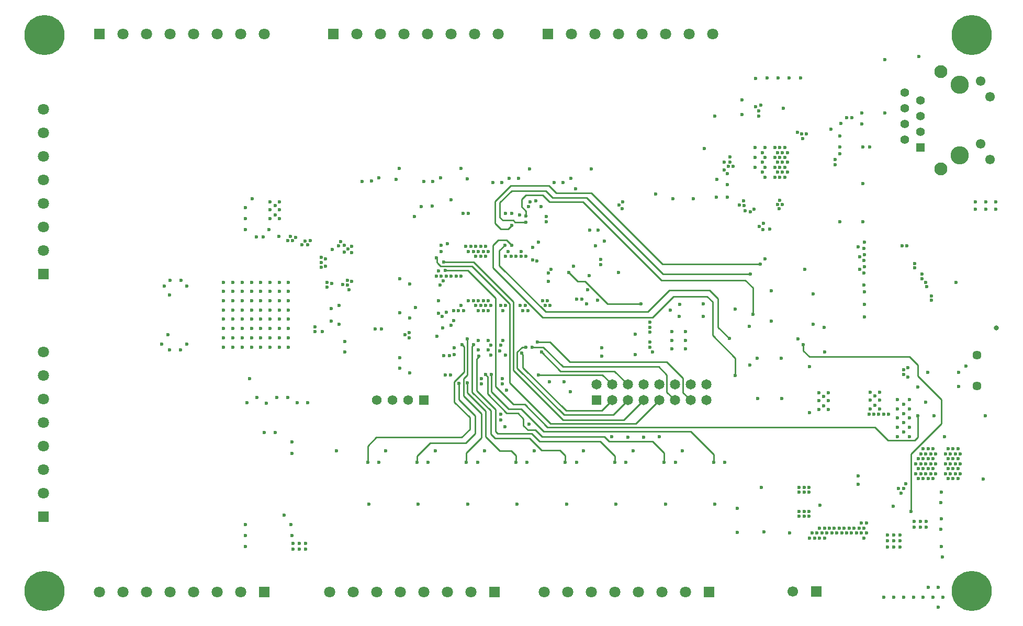
<source format=gbr>
%TF.GenerationSoftware,Altium Limited,Altium Designer,24.2.2 (26)*%
G04 Layer_Physical_Order=3*
G04 Layer_Color=16440176*
%FSLAX45Y45*%
%MOMM*%
%TF.SameCoordinates,A2E2EA48-9257-4B33-8537-14B19699C7D1*%
%TF.FilePolarity,Positive*%
%TF.FileFunction,Copper,L3,Inr,Signal*%
%TF.Part,Single*%
G01*
G75*
%TA.AperFunction,Conductor*%
%ADD78C,0.25400*%
%TA.AperFunction,ComponentPad*%
%ADD89R,1.40000X1.40000*%
%ADD90C,1.40000*%
%ADD91C,1.55000*%
%ADD92C,2.10000*%
%ADD93C,2.95000*%
%ADD94R,1.80000X1.80000*%
%ADD95C,1.80000*%
%ADD96R,1.80000X1.80000*%
%ADD97C,1.65000*%
%ADD98C,6.50000*%
%ADD99C,1.70000*%
%ADD100R,1.70000X1.70000*%
%ADD101C,1.45000*%
%ADD102R,1.65000X1.65000*%
%ADD103C,1.57000*%
%ADD104R,1.57000X1.57000*%
%TA.AperFunction,ViaPad*%
%ADD105C,0.60000*%
%ADD106C,1.00000*%
%ADD107C,0.80000*%
D78*
X14780000Y6390000D02*
Y6490000D01*
X14880000Y6290000D02*
X16500000D01*
X14780000Y6390000D02*
X14880000Y6290000D01*
X16500000D02*
X16630000Y6160000D01*
Y5980000D02*
Y6160000D01*
Y5980000D02*
X17010001Y5600000D01*
Y5210000D02*
Y5600000D01*
X16520000Y4720000D02*
X17010001Y5210000D01*
X16520000Y3790000D02*
Y4720000D01*
X16630000Y4990000D02*
Y5340000D01*
X16580000Y4940000D02*
X16630000Y4990000D01*
X16150000Y4940000D02*
X16580000D01*
X15939999Y5150000D02*
X16150000Y4940000D01*
X9490000Y6250637D02*
X9530000Y6290637D01*
X9490000Y5740000D02*
Y6250637D01*
X9530000Y6290637D02*
Y6300000D01*
X9420000Y5720000D02*
Y6460637D01*
Y5720000D02*
X9720000Y5420000D01*
X9440000Y6480637D02*
Y6490000D01*
X9420000Y6460637D02*
X9440000Y6480637D01*
X9342300Y5707700D02*
X9640000Y5410000D01*
X9342300Y5707700D02*
Y5870000D01*
X9280000Y5940000D02*
X9340000Y6000000D01*
X9280000Y5660000D02*
Y5940000D01*
Y5660000D02*
X9570000Y5370000D01*
X9340000Y6000000D02*
Y6580000D01*
X9260000Y6486993D02*
Y6490000D01*
Y6486993D02*
X9289172Y6457821D01*
Y6049172D02*
Y6457821D01*
X9130000Y5890000D02*
X9289172Y6049172D01*
X9980000Y5380000D02*
X10160000D01*
X10250000Y5180000D02*
Y5290000D01*
X10160000Y5380000D02*
X10250000Y5290000D01*
X13310001Y6640000D02*
Y7180000D01*
Y6640000D02*
X13680000Y6270000D01*
Y5990000D02*
Y6270000D01*
X12610000Y7370000D02*
X13260001D01*
X13400000Y7230000D01*
Y6770000D02*
Y7230000D01*
X12680000Y7270000D02*
X13220000D01*
X13310001Y7180000D01*
X12340000Y6930000D02*
X12680000Y7270000D01*
X9860000Y7770000D02*
Y8010000D01*
Y7770000D02*
X10610000Y7020000D01*
X12260000D01*
X12610000Y7370000D01*
X10560000Y6930000D02*
X12340000D01*
X9760521Y7729479D02*
X10560000Y6930000D01*
X9760521Y7729479D02*
Y8100521D01*
X9840000Y8180000D02*
X9980000D01*
X10060000Y8100000D01*
X9760521Y8100521D02*
X9840000Y8180000D01*
X13400000Y6770000D02*
X13580000Y6590000D01*
X9860000Y8010000D02*
X9950000Y8100000D01*
X8527000Y4579999D02*
Y4687000D01*
X8740000Y4900000D02*
X9320000D01*
X8527000Y4687000D02*
X8740000Y4900000D01*
X9327000Y4579999D02*
Y4737000D01*
X10127000Y4579999D02*
Y4693000D01*
X10050000Y4770000D02*
X10127000Y4693000D01*
X10840000Y4780000D02*
X10927000Y4693000D01*
Y4579999D02*
Y4693000D01*
X11493365Y4920000D02*
X11727000Y4686365D01*
Y4579999D02*
Y4686365D01*
X12527000Y4579999D02*
Y4733000D01*
X11640000Y4920000D02*
X12340000D01*
X12527000Y4733000D01*
X12960001Y5080000D02*
X13327000Y4713000D01*
Y4579999D02*
Y4713000D01*
X7730000Y4580000D02*
Y4850000D01*
X7870000Y4990000D01*
X9130000Y5560000D02*
Y5890000D01*
X7870000Y4990000D02*
X9250000D01*
X9380000Y5120000D01*
Y5310000D01*
X9130000Y5560000D02*
X9380000Y5310000D01*
X9210000Y5600000D02*
X9470000Y5340000D01*
Y5050000D02*
Y5340000D01*
X9320000Y4900000D02*
X9470000Y5050000D01*
X9210000Y5600000D02*
Y5860000D01*
X9327000Y4737000D02*
X9570000Y4980000D01*
Y5370000D01*
X9870000Y4770000D02*
X10050000D01*
X9640000Y5000000D02*
X9870000Y4770000D01*
X9640000Y5000000D02*
Y5410000D01*
X9720000Y5040000D02*
Y5420000D01*
Y5040000D02*
X9790000Y4970000D01*
X10350000D01*
X10540000Y4780000D02*
X10840000D01*
X10350000Y4970000D02*
X10540000Y4780000D01*
X9795000Y5085000D02*
X9830000Y5050000D01*
X9795000Y5085000D02*
Y5435000D01*
X9490000Y5740000D02*
X9795000Y5435000D01*
X10380000Y5050000D02*
X10510000Y4920000D01*
X11493365D01*
X9830000Y5050000D02*
X10380000D01*
X11560000Y5000000D02*
X11640000Y4920000D01*
X10550000Y5000000D02*
X11560000D01*
X10580000Y5080000D02*
X12960001D01*
X10210000Y5450000D02*
X10580000Y5080000D01*
X10440000Y5110000D02*
X10550000Y5000000D01*
X10320000Y5110000D02*
X10440000D01*
X10250000Y5180000D02*
X10320000Y5110000D01*
X9670000Y5690000D02*
X9980000Y5380000D01*
X9670000Y5690000D02*
Y5970637D01*
X9730000Y5730000D02*
X10010000Y5450000D01*
X9730000Y5730000D02*
Y6010000D01*
X9640000Y6000637D02*
Y6010000D01*
Y6000637D02*
X9670000Y5970637D01*
X10640000Y5150000D02*
X15939999D01*
X10270000Y5520000D02*
X10640000Y5150000D01*
X10690000Y5210000D02*
X12068000D01*
X10030000Y5870000D02*
X10690000Y5210000D01*
X12068000D02*
X12446000Y5588000D01*
X10010000Y5450000D02*
X10210000D01*
X9800000Y5810000D02*
X10090000Y5520000D01*
X10270000D01*
X9800000Y5810000D02*
Y7240000D01*
X9352819Y7687181D02*
X9800000Y7240000D01*
X13961540Y6982329D02*
Y7408460D01*
X13839999Y7530000D02*
X13961540Y7408460D01*
X12480000Y7530000D02*
X13839999D01*
X11210000Y8800000D02*
X12480000Y7530000D01*
X11270000Y8870000D02*
X12510000Y7630000D01*
X13919814D01*
X12499999Y7790001D02*
X14079816D01*
X11350000Y8940000D02*
X12499999Y7790001D01*
X10670000Y8800000D02*
X11210000D01*
X10560000Y8910000D02*
X10670000Y8800000D01*
X10290000Y8910000D02*
X10560000D01*
X10220000Y8720000D02*
Y8840000D01*
X10290000Y8910000D01*
X10220000Y8720000D02*
X10290000Y8650000D01*
Y8570000D02*
Y8650000D01*
X9920000Y8500000D02*
X10085318D01*
X10115318Y8470000D02*
X10290000D01*
X10085318Y8500000D02*
X10115318Y8470000D01*
X9870000Y8550000D02*
Y8790000D01*
Y8550000D02*
X9920000Y8500000D01*
X9870000Y8790000D02*
X10060000Y8980000D01*
X9880000Y8360000D02*
X10000000D01*
X10060000Y8420000D01*
X10060000Y8980000D02*
X10610000D01*
X10720000Y8870000D01*
X9790000Y8450000D02*
Y8810000D01*
Y8450000D02*
X9880000Y8360000D01*
X9790000Y8810000D02*
X10040000Y9060000D01*
X10660000D01*
X10780000Y8940000D01*
X11350000D01*
X10720000Y8870000D02*
X11270000D01*
X11130000Y7510000D02*
X11250000D01*
X10980000Y7660000D02*
X11130000Y7510000D01*
X10030000Y5870000D02*
Y7150000D01*
X10890000Y5270000D02*
X11874000D01*
X10090000Y6070000D02*
X10890000Y5270000D01*
X10090000Y6070000D02*
Y7180000D01*
X10150000Y6110000D02*
Y6370000D01*
X10910000Y5350000D02*
X11700000D01*
X10150000Y6110000D02*
X10910000Y5350000D01*
X10240000Y6120000D02*
X10940000Y5420000D01*
X10240000Y6120000D02*
Y6320637D01*
X10940000Y5420000D02*
X11516000D01*
X11250000Y7510000D02*
X11610000Y7150000D01*
X8982819Y7687181D02*
X9352819D01*
X9950000Y8100000D02*
X9956620Y8106620D01*
X11610000Y7150000D02*
X12150000D01*
X8910000Y7760000D02*
X9420000D01*
X8870000Y7800000D02*
Y7800000D01*
Y7800000D02*
X8910000Y7760000D01*
X8846620Y7823380D02*
X8870000Y7800000D01*
X8846620Y7823380D02*
Y7883380D01*
X8840000Y7890000D02*
X8846620Y7883380D01*
X9420000Y7760000D02*
X10030000Y7150000D01*
X8960000Y7830000D02*
X9440000D01*
X10090000Y7180000D01*
X10150000Y6370000D02*
X10230000Y6450000D01*
X11526000Y6000000D02*
X11684000Y5842000D01*
X10490000Y6000000D02*
X11526000D01*
X10390000Y6450000D02*
X10570000D01*
X10890000Y6130000D01*
X10480000Y6530000D02*
X10680000D01*
X11000000Y6210000D01*
X10220000Y6340637D02*
Y6350000D01*
Y6340637D02*
X10240000Y6320637D01*
X10230000Y6450000D02*
X10290000D01*
X10540000Y6370000D02*
X10850000Y6060000D01*
X11720000D01*
X11000000Y6210000D02*
X12570000D01*
X12830000Y5950000D01*
Y5712000D02*
Y5950000D01*
Y5712000D02*
X12953999Y5588000D01*
X10890000Y6130000D02*
X12440000D01*
X11720000Y6060000D02*
X11938000Y5842000D01*
X12440000Y6130000D02*
X12570000Y6000000D01*
Y5718000D02*
Y6000000D01*
Y5718000D02*
X12700000Y5588000D01*
X11874000Y5270000D02*
X12192000Y5588000D01*
X11700000Y5350000D02*
X11938000Y5588000D01*
X11516000Y5420000D02*
X11684000Y5588000D01*
D89*
X16675000Y9677000D02*
D03*
D90*
Y9931000D02*
D03*
Y10185000D02*
D03*
Y10439000D02*
D03*
X16421001Y9804000D02*
D03*
Y10058000D02*
D03*
Y10312000D02*
D03*
Y10566000D02*
D03*
D91*
X17800000Y9489000D02*
D03*
X17648000Y10754000D02*
D03*
X17800000Y10500000D02*
D03*
X17648000Y9743000D02*
D03*
D92*
X17005000Y9334000D02*
D03*
Y10909000D02*
D03*
D93*
X17310001Y9550000D02*
D03*
Y10693000D02*
D03*
D94*
X9781000Y2480000D02*
D03*
X7171500Y11520000D02*
D03*
X10646500D02*
D03*
X13256000Y2480000D02*
D03*
X3389000Y11520000D02*
D03*
X6060000Y2480000D02*
D03*
D95*
X9400000D02*
D03*
X9019000D02*
D03*
X8638000D02*
D03*
X8257000D02*
D03*
X7495000D02*
D03*
X7114000D02*
D03*
X7876000D02*
D03*
X7552500Y11520000D02*
D03*
X7933500D02*
D03*
X8314500D02*
D03*
X8695500D02*
D03*
X9457500D02*
D03*
X9838500D02*
D03*
X9076500D02*
D03*
X12551500D02*
D03*
X13313499D02*
D03*
X12932500D02*
D03*
X12170500D02*
D03*
X11789500D02*
D03*
X11408500D02*
D03*
X11027500D02*
D03*
X11351000Y2480000D02*
D03*
X10589000D02*
D03*
X10970000D02*
D03*
X11732000D02*
D03*
X12113000D02*
D03*
X12494000D02*
D03*
X12875000D02*
D03*
X5294000Y11520000D02*
D03*
X6056000D02*
D03*
X5675000D02*
D03*
X4913000D02*
D03*
X4532000D02*
D03*
X4151000D02*
D03*
X3770000D02*
D03*
X4155000Y2480000D02*
D03*
X3393000D02*
D03*
X3774000D02*
D03*
X4536000D02*
D03*
X4917000D02*
D03*
X5298000D02*
D03*
X5679000D02*
D03*
X2480000Y5605000D02*
D03*
Y6367000D02*
D03*
Y5986000D02*
D03*
Y5224000D02*
D03*
Y4843000D02*
D03*
Y4462000D02*
D03*
Y4081000D02*
D03*
Y9538000D02*
D03*
Y10300000D02*
D03*
Y9919000D02*
D03*
Y9157000D02*
D03*
Y8776000D02*
D03*
Y8395000D02*
D03*
Y8014000D02*
D03*
D96*
Y3700000D02*
D03*
Y7633000D02*
D03*
D97*
X12700000Y5842000D02*
D03*
X12953999Y5588000D02*
D03*
X11430000Y5842000D02*
D03*
X11684000Y5588000D02*
D03*
Y5842000D02*
D03*
X11938000Y5588000D02*
D03*
Y5842000D02*
D03*
X12192000Y5588000D02*
D03*
Y5842000D02*
D03*
X12446000Y5588000D02*
D03*
Y5842000D02*
D03*
X12700000Y5588000D02*
D03*
X12953999Y5842000D02*
D03*
X13208000Y5588000D02*
D03*
Y5842000D02*
D03*
D98*
X2500000Y2500000D02*
D03*
Y11500000D02*
D03*
X17500000D02*
D03*
Y2500000D02*
D03*
D99*
X14609502Y2490000D02*
D03*
D100*
X14990501D02*
D03*
D101*
X17585001Y6320000D02*
D03*
Y5820000D02*
D03*
D102*
X11430000Y5588000D02*
D03*
D103*
X7874000D02*
D03*
X8128000D02*
D03*
X8382000D02*
D03*
D104*
X8636000D02*
D03*
D105*
X6800000Y8170000D02*
D03*
X6755031Y8102121D02*
D03*
X6434070Y8170930D02*
D03*
X6482146Y8239636D02*
D03*
X7472403Y8081602D02*
D03*
X7350000Y7990000D02*
D03*
X7410000Y8040000D02*
D03*
X7256459Y8092918D02*
D03*
X7050000Y7760000D02*
D03*
Y7880000D02*
D03*
X6980000Y7745000D02*
D03*
Y7820000D02*
D03*
X7150000Y7480000D02*
D03*
X7325754Y7460607D02*
D03*
X7427854Y7380364D02*
D03*
X7470000Y7510000D02*
D03*
X14764709Y9826457D02*
D03*
X14750000Y9900000D02*
D03*
X14680363Y9927854D02*
D03*
X14130000Y8450000D02*
D03*
X14070000Y8400000D02*
D03*
X14128564Y8353148D02*
D03*
X14232391Y8358592D02*
D03*
X14383717Y8688849D02*
D03*
X14393541Y8827082D02*
D03*
X13980000Y8680000D02*
D03*
X13917918Y8637918D02*
D03*
X13839999Y8660000D02*
D03*
X13746021Y8752330D02*
D03*
X13807671Y8813979D02*
D03*
X13500000Y9318684D02*
D03*
Y9444348D02*
D03*
X13380000Y9160000D02*
D03*
X13639999Y9380000D02*
D03*
X13589999Y9530000D02*
D03*
X13563033Y9373033D02*
D03*
X13552081Y9257918D02*
D03*
X13588467Y9443588D02*
D03*
X11853033Y8804350D02*
D03*
X11846852Y8691435D02*
D03*
X11800000Y8750000D02*
D03*
X11790000Y7655651D02*
D03*
X11500000Y7865652D02*
D03*
X10490000Y8150000D02*
D03*
X15689999Y7910000D02*
D03*
X14800000Y7710000D02*
D03*
X15763933Y8149999D02*
D03*
X11500000Y7780000D02*
D03*
X5754915Y3220000D02*
D03*
Y3400000D02*
D03*
Y3580000D02*
D03*
X6507073Y3400000D02*
D03*
X6489659Y3580000D02*
D03*
X6380000Y3730000D02*
D03*
X6502244Y4730000D02*
D03*
X6502329Y4910000D02*
D03*
X6590000Y5550000D02*
D03*
X12870000Y6560000D02*
D03*
X12650000D02*
D03*
Y6420000D02*
D03*
X12870000D02*
D03*
Y6700000D02*
D03*
X12650000D02*
D03*
X14480017Y9680011D02*
D03*
X14520016Y9600011D02*
D03*
X14480017Y9520011D02*
D03*
X14520016Y9440011D02*
D03*
X14480017Y9360011D02*
D03*
X14520016Y9280011D02*
D03*
X14480017Y9200011D02*
D03*
X14400017Y9680011D02*
D03*
X14440018Y9600011D02*
D03*
X14400017Y9520011D02*
D03*
X14440018Y9440011D02*
D03*
X14400017Y9360011D02*
D03*
X14440018Y9280011D02*
D03*
X14400017Y9200011D02*
D03*
X14320016Y9680011D02*
D03*
X14360017Y9600011D02*
D03*
X14320016Y9520011D02*
D03*
X14360017Y9440011D02*
D03*
X14320016Y9360011D02*
D03*
X14360017Y9280011D02*
D03*
X14320016Y9200011D02*
D03*
X14160017Y9680011D02*
D03*
Y9520011D02*
D03*
Y9360011D02*
D03*
Y9200011D02*
D03*
X14120016Y9600011D02*
D03*
Y9440011D02*
D03*
Y9280011D02*
D03*
X14000015Y9680011D02*
D03*
Y9520011D02*
D03*
Y9360011D02*
D03*
X9240011Y7600009D02*
D03*
X8840010D02*
D03*
X9720011Y6480008D02*
D03*
X9680011Y8000009D02*
D03*
X10200012Y7120008D02*
D03*
X9560011D02*
D03*
X9480011Y7920009D02*
D03*
X8920010Y7600009D02*
D03*
X9080011Y6800008D02*
D03*
X9560011Y8080009D02*
D03*
X10320012Y7040008D02*
D03*
X9720011Y7120008D02*
D03*
X8880010Y7200008D02*
D03*
X9640011Y8080009D02*
D03*
X9960012Y7920009D02*
D03*
X9000010Y7600009D02*
D03*
X9320011Y8080009D02*
D03*
X10240012Y7040008D02*
D03*
X9080011Y7600009D02*
D03*
X9680011Y6560008D02*
D03*
X9520011Y8000009D02*
D03*
X9600011Y7200008D02*
D03*
X9360011Y8000009D02*
D03*
Y7200008D02*
D03*
X9160011Y7600009D02*
D03*
X9520011Y6400008D02*
D03*
X9560011Y7920009D02*
D03*
X9600011Y8000009D02*
D03*
X10280012Y7120008D02*
D03*
X9120011Y7040008D02*
D03*
X9680011Y6400008D02*
D03*
X9120011Y6880008D02*
D03*
X9200011Y7040008D02*
D03*
X9600011D02*
D03*
X9920012D02*
D03*
X9960012Y7120008D02*
D03*
X9400011Y8080009D02*
D03*
X9520011Y7200008D02*
D03*
X8880010Y7680009D02*
D03*
X9280011Y7040008D02*
D03*
X9520011D02*
D03*
X9440011Y8000009D02*
D03*
X9880011Y7120008D02*
D03*
X9640011Y7920009D02*
D03*
X9960012Y6320007D02*
D03*
X9640011Y7120008D02*
D03*
X10600012D02*
D03*
X9480011Y8080009D02*
D03*
X9240011Y7120008D02*
D03*
X9720011Y6320007D02*
D03*
X10000012Y8000009D02*
D03*
X10640013Y7200008D02*
D03*
X9920012Y6560008D02*
D03*
X9680011Y7040008D02*
D03*
X9480011Y7120008D02*
D03*
X9680011Y7200008D02*
D03*
X9520011Y6560008D02*
D03*
X9880011Y6480008D02*
D03*
X10680012Y7120008D02*
D03*
X9440011Y7200008D02*
D03*
X10560012D02*
D03*
X6150000Y8800000D02*
D03*
X6300000D02*
D03*
Y8670000D02*
D03*
X6150000D02*
D03*
X6300000Y8530000D02*
D03*
X6150000D02*
D03*
X6230000Y8590000D02*
D03*
Y8740000D02*
D03*
X16139999Y3210000D02*
D03*
X16239999D02*
D03*
X16339999D02*
D03*
X16139999Y3310000D02*
D03*
Y3410000D02*
D03*
X16239999Y3310000D02*
D03*
Y3410000D02*
D03*
X16339999D02*
D03*
Y3310000D02*
D03*
X16160019Y5360006D02*
D03*
X16080019D02*
D03*
X16000018D02*
D03*
X15920020D02*
D03*
X15840019D02*
D03*
X16959993Y2559999D02*
D03*
X17039993Y2399999D02*
D03*
X16959993Y2239999D02*
D03*
X16799992Y2559999D02*
D03*
X16879993Y2399999D02*
D03*
X16719994D02*
D03*
X16559993D02*
D03*
X16399992D02*
D03*
X16239993D02*
D03*
X16079993D02*
D03*
X15800018Y3600004D02*
D03*
X15760019Y3520004D02*
D03*
X15800018Y3440004D02*
D03*
X15760019Y3360004D02*
D03*
X15720018Y3600004D02*
D03*
X15680019Y3520004D02*
D03*
X15720018Y3440004D02*
D03*
X15600018Y3520004D02*
D03*
X15640018Y3440004D02*
D03*
X15520018Y3520004D02*
D03*
X15560017Y3440004D02*
D03*
X15440018Y3520004D02*
D03*
X15480019Y3440004D02*
D03*
X15360017Y3520004D02*
D03*
X15400018Y3440004D02*
D03*
X15280019Y3520004D02*
D03*
X15320018Y3440004D02*
D03*
X15200018Y3520004D02*
D03*
X15240018Y3440004D02*
D03*
X15120018Y3520004D02*
D03*
X15160017Y3440004D02*
D03*
X15120018Y3360004D02*
D03*
X15040018Y3520004D02*
D03*
X15080019Y3440004D02*
D03*
X15040018Y3360004D02*
D03*
X15000017Y3440004D02*
D03*
X14960017Y3360004D02*
D03*
X14920016Y3440004D02*
D03*
X14880017Y3360004D02*
D03*
X17280020Y4800006D02*
D03*
X17320020Y4720006D02*
D03*
X17280020Y4640005D02*
D03*
X17320020Y4560005D02*
D03*
X17280020Y4480005D02*
D03*
X17320020Y4400005D02*
D03*
X17280020Y4320005D02*
D03*
X17200020Y4800006D02*
D03*
X17240021Y4720006D02*
D03*
X17200020Y4640005D02*
D03*
X17240021Y4560005D02*
D03*
X17200020Y4480005D02*
D03*
X17240021Y4400005D02*
D03*
X17200020Y4320005D02*
D03*
X17120020Y4800006D02*
D03*
X17160020Y4720006D02*
D03*
X17120020Y4640005D02*
D03*
X17160020Y4560005D02*
D03*
X17120020Y4480005D02*
D03*
X17160020Y4400005D02*
D03*
X17120020Y4320005D02*
D03*
X17080020Y4720006D02*
D03*
Y4560005D02*
D03*
Y4400005D02*
D03*
X16880020Y4800006D02*
D03*
X16920020Y4720006D02*
D03*
X16880020Y4640005D02*
D03*
X16920020Y4560005D02*
D03*
X16880020Y4480005D02*
D03*
X16920020Y4400005D02*
D03*
X16880020Y4320005D02*
D03*
X16800020Y4800006D02*
D03*
X16840021Y4720006D02*
D03*
X16800020Y4640005D02*
D03*
X16840021Y4560005D02*
D03*
X16800020Y4480005D02*
D03*
X16840021Y4400005D02*
D03*
X16800020Y4320005D02*
D03*
X16720020Y4800006D02*
D03*
X16760020Y4720006D02*
D03*
X16720020Y4640005D02*
D03*
X16760020Y4560005D02*
D03*
X16720020Y4480005D02*
D03*
X16760020Y4400005D02*
D03*
X16720020Y4320005D02*
D03*
X16680019Y4720006D02*
D03*
X16640021Y4640005D02*
D03*
X16680019Y4560005D02*
D03*
X16640021Y4480005D02*
D03*
X16680019Y4400005D02*
D03*
X16640021Y4320005D02*
D03*
X16600018Y4560005D02*
D03*
Y4400005D02*
D03*
X16440019Y4240005D02*
D03*
X16400018Y4160005D02*
D03*
X16320020D02*
D03*
X16360019Y4080005D02*
D03*
X15860001Y5720000D02*
D03*
X16010001D02*
D03*
Y5590000D02*
D03*
X15860001D02*
D03*
X16010001Y5450000D02*
D03*
X15860001D02*
D03*
X15939999Y5510000D02*
D03*
Y5660000D02*
D03*
X17560001Y8680000D02*
D03*
Y8800000D02*
D03*
X17730000D02*
D03*
X17889999D02*
D03*
Y8680000D02*
D03*
X17730000D02*
D03*
X16500000Y5600000D02*
D03*
X16400000Y5525000D02*
D03*
X16300000Y5600000D02*
D03*
X16500000Y5450000D02*
D03*
X16400000Y5375000D02*
D03*
X16300000Y5450000D02*
D03*
X16500000Y5300000D02*
D03*
X16400000Y5225000D02*
D03*
X16300000Y5300000D02*
D03*
Y5150000D02*
D03*
X16400000Y5075000D02*
D03*
X16500000Y5150000D02*
D03*
Y5000000D02*
D03*
X16300000D02*
D03*
X7470000Y7980000D02*
D03*
X6880000Y6780000D02*
D03*
X7000000Y6700000D02*
D03*
X6880000D02*
D03*
X8770000Y8730000D02*
D03*
X8490000Y8560000D02*
D03*
X13180000Y9660000D02*
D03*
X16520000Y3790000D02*
D03*
X14880000Y6130000D02*
D03*
X15670000Y4360000D02*
D03*
Y4230000D02*
D03*
X15050000Y3890000D02*
D03*
X14139999Y3455000D02*
D03*
X13710001Y3452329D02*
D03*
Y3840000D02*
D03*
X14100000Y4180000D02*
D03*
X17060001Y5000000D02*
D03*
X16630000Y5340000D02*
D03*
X16889999D02*
D03*
X16400000Y6005000D02*
D03*
Y6080000D02*
D03*
X17289999Y5810000D02*
D03*
X17689999Y4310000D02*
D03*
X17720000Y5340000D02*
D03*
X17010001Y4098000D02*
D03*
X17005000Y3930000D02*
D03*
X17005000Y3502000D02*
D03*
X17010001Y3670000D02*
D03*
X17025436Y3047607D02*
D03*
X17010001Y3220000D02*
D03*
X16770000Y3530000D02*
D03*
Y3630000D02*
D03*
X16670000D02*
D03*
Y3530000D02*
D03*
X16570000Y3630000D02*
D03*
Y3530000D02*
D03*
X15110001Y5650000D02*
D03*
Y5500000D02*
D03*
X15030000Y5440000D02*
D03*
X15180000D02*
D03*
X15030000Y5580000D02*
D03*
X15180000D02*
D03*
Y5710000D02*
D03*
X15030000D02*
D03*
X16630000Y5800000D02*
D03*
X16230000Y3870000D02*
D03*
X14870000Y4100000D02*
D03*
Y4180000D02*
D03*
X14789999D02*
D03*
Y4100000D02*
D03*
X14710001Y4180000D02*
D03*
Y4100000D02*
D03*
X14560001Y3440000D02*
D03*
X14710001Y3710000D02*
D03*
Y3790000D02*
D03*
X14789999Y3710000D02*
D03*
Y3790000D02*
D03*
X14870000D02*
D03*
Y3710000D02*
D03*
X9910000Y5850000D02*
D03*
X11107856Y7227856D02*
D03*
X11197856D02*
D03*
X10620000Y8480000D02*
D03*
X9530000Y6300000D02*
D03*
X9342300Y5870000D02*
D03*
X9340000Y6580000D02*
D03*
X9440000Y6490000D02*
D03*
X9260000D02*
D03*
X8250000Y6280000D02*
D03*
X10050000Y7920000D02*
D03*
X9070000Y6000000D02*
D03*
X8990000D02*
D03*
X9730000Y6010000D02*
D03*
X9640000D02*
D03*
X9870000Y6390000D02*
D03*
X9210000Y5860000D02*
D03*
X9050000Y6310000D02*
D03*
X8527000Y4579999D02*
D03*
X9327000D02*
D03*
X7730000Y4580000D02*
D03*
X10127000Y4579999D02*
D03*
X9000000Y7010000D02*
D03*
X8500000Y7090000D02*
D03*
X10927000Y4579999D02*
D03*
X12527000D02*
D03*
X11727000D02*
D03*
X13327000D02*
D03*
X8950000Y7520000D02*
D03*
X8900000Y7450000D02*
D03*
X7400000Y7530000D02*
D03*
X7070000Y7500000D02*
D03*
X7400000Y7450000D02*
D03*
X7070000Y7420000D02*
D03*
X17410001Y6140000D02*
D03*
X14430000Y5620000D02*
D03*
X14420000Y6270000D02*
D03*
X9980000Y5750000D02*
D03*
X8850000Y6620000D02*
D03*
X12670000Y8850000D02*
D03*
X10060000Y8420000D02*
D03*
X10290000Y8570000D02*
D03*
X10189200Y8590800D02*
D03*
X10290000Y8470000D02*
D03*
X13961540Y6982329D02*
D03*
X13919814Y7630000D02*
D03*
X14079816Y7790001D02*
D03*
X14160001Y7880000D02*
D03*
X14260001Y7360000D02*
D03*
Y6870000D02*
D03*
X14940001Y7311539D02*
D03*
X14939999Y6821539D02*
D03*
X15111539Y6768461D02*
D03*
X15120000Y6371539D02*
D03*
X10650000Y7510000D02*
D03*
X10980000Y7660000D02*
D03*
X10130000Y7920000D02*
D03*
X10210000D02*
D03*
X10448565Y8816852D02*
D03*
X9082311Y8830000D02*
D03*
X9270000Y8610000D02*
D03*
X9360000D02*
D03*
X11090000Y9010000D02*
D03*
X7913000Y9190000D02*
D03*
X8910328Y9190000D02*
D03*
X11020000Y9180000D02*
D03*
X10020000D02*
D03*
X10170000D02*
D03*
X9338734Y9173577D02*
D03*
X8192311Y9160000D02*
D03*
X11350827Y9331155D02*
D03*
X10350827D02*
D03*
X8243827Y9341155D02*
D03*
X9241156Y9341156D02*
D03*
X10892499Y9110000D02*
D03*
X10749742D02*
D03*
X9897328D02*
D03*
X9752157D02*
D03*
X8782499Y9130000D02*
D03*
X8639742D02*
D03*
X7795796Y9140625D02*
D03*
X7640000Y9130000D02*
D03*
X15562856Y10162391D02*
D03*
X5860000Y8850000D02*
D03*
X5750000Y8710000D02*
D03*
X14041151Y5620000D02*
D03*
X8403033Y6596967D02*
D03*
X8400000Y6680000D02*
D03*
X16470000Y5960000D02*
D03*
X16789999Y6040000D02*
D03*
X17289999D02*
D03*
X16470000Y6120000D02*
D03*
X9960000Y8610000D02*
D03*
X10060000D02*
D03*
X10398849Y7863717D02*
D03*
X10470000Y7840000D02*
D03*
X10694626Y7710278D02*
D03*
X8330000Y6648078D02*
D03*
X7850000Y6740000D02*
D03*
X7950000D02*
D03*
X8982819Y7687181D02*
D03*
X13507001Y4579999D02*
D03*
X13349329Y3907500D02*
D03*
X12823131Y4770000D02*
D03*
X12707000Y4579999D02*
D03*
X12549329Y3907500D02*
D03*
X12023131Y4770000D02*
D03*
X11907000Y4579999D02*
D03*
X11749330Y3907500D02*
D03*
X11223131Y4770000D02*
D03*
X11107000Y4579999D02*
D03*
X10949329Y3907500D02*
D03*
X10423131Y4770000D02*
D03*
X10307000Y4579999D02*
D03*
X10149329Y3907500D02*
D03*
X9623131Y4770000D02*
D03*
X9507000Y4579999D02*
D03*
X9349330Y3907500D02*
D03*
X8823131Y4770000D02*
D03*
X8707000Y4579999D02*
D03*
X8549329Y3907500D02*
D03*
X8023131Y4770000D02*
D03*
X7752330Y3907500D02*
D03*
X7226131Y4770000D02*
D03*
X7910000Y4580000D02*
D03*
X9950000Y5160000D02*
D03*
X9880000Y5270000D02*
D03*
Y5360000D02*
D03*
X9570000Y5850000D02*
D03*
X9568125Y5939377D02*
D03*
X9950000Y8100000D02*
D03*
X10060000D02*
D03*
X13680000Y5990000D02*
D03*
X13580000Y6590000D02*
D03*
X13904784Y6783632D02*
D03*
X14693245Y6580000D02*
D03*
X14780000Y6490000D02*
D03*
X14031152Y6270000D02*
D03*
X13910001Y6160000D02*
D03*
X14880000Y5390000D02*
D03*
X11290000Y7380000D02*
D03*
X11450000Y7210000D02*
D03*
X13789999Y10210000D02*
D03*
X13350000Y10190000D02*
D03*
X13789999Y10450000D02*
D03*
X11310000Y7610556D02*
D03*
X13000000Y8850000D02*
D03*
X12390670Y8930000D02*
D03*
X12150000Y7150000D02*
D03*
X13678461Y7067000D02*
D03*
X16755000Y5560000D02*
D03*
X9130000Y6327700D02*
D03*
X12300000Y6850000D02*
D03*
X12770000Y6950000D02*
D03*
X12300000Y6530000D02*
D03*
Y6690000D02*
D03*
Y6770000D02*
D03*
X13160001Y6950000D02*
D03*
Y7150000D02*
D03*
X12630000Y7050000D02*
D03*
X12779500Y7142001D02*
D03*
X12340000Y6370000D02*
D03*
X12300000Y6450000D02*
D03*
X8960000Y7830000D02*
D03*
X9910000Y5940000D02*
D03*
X10490000Y6000000D02*
D03*
X10390000Y6450000D02*
D03*
X10480000Y6530000D02*
D03*
X10220000Y6350000D02*
D03*
X10290000Y6450000D02*
D03*
X10540000Y6370000D02*
D03*
X8840000Y7890000D02*
D03*
X8940000Y6760000D02*
D03*
X11680000Y5000000D02*
D03*
X12450000D02*
D03*
X10340000Y5200000D02*
D03*
X12194000Y4993932D02*
D03*
X11940000D02*
D03*
X11520000Y6300000D02*
D03*
Y6440000D02*
D03*
X12056068Y6328447D02*
D03*
Y6661555D02*
D03*
X11057856Y7760001D02*
D03*
X10650000Y7650000D02*
D03*
X11320000Y8340000D02*
D03*
X11420000Y8090000D02*
D03*
X11460000Y8340000D02*
D03*
X11556068Y8162857D02*
D03*
X8931337Y6945324D02*
D03*
X8880000Y7000000D02*
D03*
X16850000Y7280000D02*
D03*
X16760001Y7500000D02*
D03*
X16700000Y7630000D02*
D03*
X16380000Y8090000D02*
D03*
X15763931Y6940000D02*
D03*
X16455000Y8090000D02*
D03*
X16850000Y7205000D02*
D03*
X16772330Y7426020D02*
D03*
X16700000Y7555000D02*
D03*
X16580000Y7805000D02*
D03*
Y7730000D02*
D03*
X15689999Y7710000D02*
D03*
X15760001Y7850000D02*
D03*
X15763933Y7948333D02*
D03*
X15760001Y7450000D02*
D03*
X15763931Y7140000D02*
D03*
X15763933Y7343333D02*
D03*
Y7746666D02*
D03*
X15760001Y8050000D02*
D03*
X15670000Y8070000D02*
D03*
X9130000Y6440000D02*
D03*
X8960000Y6310000D02*
D03*
X15760001Y7650000D02*
D03*
X11270624Y7148126D02*
D03*
X10907768Y5888125D02*
D03*
X10673393Y5890536D02*
D03*
X14825000Y9900000D02*
D03*
X14089999Y10370000D02*
D03*
X14010001Y10340000D02*
D03*
X10400000Y8060000D02*
D03*
X10210000Y8000000D02*
D03*
X10290000Y7920000D02*
D03*
X14360001Y8760000D02*
D03*
X14438631Y8760488D02*
D03*
X9020000Y8120000D02*
D03*
X13820000Y8740000D02*
D03*
X14060001Y10190000D02*
D03*
Y10270000D02*
D03*
X15370000Y9690000D02*
D03*
Y9580000D02*
D03*
Y8480000D02*
D03*
X15725024Y10060000D02*
D03*
Y10240000D02*
D03*
X15742438Y8480000D02*
D03*
X15739999Y9100000D02*
D03*
X15744946Y9690000D02*
D03*
X15850000D02*
D03*
X15230000Y9980000D02*
D03*
X15477144Y10162391D02*
D03*
X15384752Y10069999D02*
D03*
X15368851Y9868573D02*
D03*
X15289999Y9404288D02*
D03*
Y9490000D02*
D03*
X16101540Y11100000D02*
D03*
X16650000Y11150000D02*
D03*
X13550000Y9080000D02*
D03*
X13372501Y8873932D02*
D03*
X13547501D02*
D03*
X8920000Y8100000D02*
D03*
Y8000000D02*
D03*
X14732391Y10803739D02*
D03*
X14552393D02*
D03*
X14372392D02*
D03*
X14192392D02*
D03*
X14010001Y10800000D02*
D03*
X14458105Y10314287D02*
D03*
X10360000Y8800000D02*
D03*
X10332974Y8721286D02*
D03*
X7350000Y8100000D02*
D03*
X7290000Y8160000D02*
D03*
X7160000Y8030000D02*
D03*
X6980000Y7900000D02*
D03*
X6662824Y8107633D02*
D03*
X6714667Y8165333D02*
D03*
X6563033Y8223033D02*
D03*
X6510000Y8170000D02*
D03*
X11010000Y5730000D02*
D03*
X8249375Y6111876D02*
D03*
X8409376Y6031876D02*
D03*
X8249375Y7001876D02*
D03*
X8409376Y6921876D02*
D03*
X8249375Y7551876D02*
D03*
X8409376Y7471876D02*
D03*
X10538125Y8720625D02*
D03*
X10618125Y8560625D02*
D03*
X8600000Y8720000D02*
D03*
X6450000Y6450000D02*
D03*
Y7500000D02*
D03*
X5400000D02*
D03*
Y7050000D02*
D03*
Y7200000D02*
D03*
X5550000D02*
D03*
Y7350000D02*
D03*
X5700000D02*
D03*
Y7500000D02*
D03*
X6450000Y7200000D02*
D03*
Y7350000D02*
D03*
Y6900000D02*
D03*
Y7050000D02*
D03*
Y6600000D02*
D03*
Y6750000D02*
D03*
X6300000Y7500000D02*
D03*
Y7200000D02*
D03*
Y7350000D02*
D03*
Y6900000D02*
D03*
Y7050000D02*
D03*
Y6600000D02*
D03*
Y6750000D02*
D03*
Y6450000D02*
D03*
X6150000Y7500000D02*
D03*
Y7200000D02*
D03*
Y7350000D02*
D03*
Y6900000D02*
D03*
Y7050000D02*
D03*
Y6600000D02*
D03*
Y6750000D02*
D03*
Y6450000D02*
D03*
X6000000D02*
D03*
Y6750000D02*
D03*
Y6600000D02*
D03*
Y7050000D02*
D03*
Y6900000D02*
D03*
Y7350000D02*
D03*
Y7200000D02*
D03*
Y7500000D02*
D03*
X5820000Y5940000D02*
D03*
X5750000Y8350000D02*
D03*
X4803477Y7440000D02*
D03*
X4700000Y6400000D02*
D03*
X5550000Y7500000D02*
D03*
X5850000D02*
D03*
X5700000Y7200000D02*
D03*
X5850000D02*
D03*
Y7350000D02*
D03*
X5400000D02*
D03*
Y6900000D02*
D03*
X5550000D02*
D03*
X5700000D02*
D03*
X5850000D02*
D03*
Y7050000D02*
D03*
X5700000D02*
D03*
X5550000D02*
D03*
X5400000Y6600000D02*
D03*
X5550000D02*
D03*
X5700000D02*
D03*
X5850000D02*
D03*
Y6750000D02*
D03*
X5700000D02*
D03*
X5550000D02*
D03*
X5400000D02*
D03*
X5850000Y6450000D02*
D03*
X5700000D02*
D03*
X5550000D02*
D03*
X5400000D02*
D03*
X5930000Y8230000D02*
D03*
X4535000Y7533477D02*
D03*
X4710000D02*
D03*
X7360000Y6370000D02*
D03*
X7360000Y6540000D02*
D03*
X7265000Y7119999D02*
D03*
X7267500Y6820000D02*
D03*
X7142857Y6870000D02*
D03*
Y7070001D02*
D03*
X6040000Y8230000D02*
D03*
X4800000Y6500000D02*
D03*
X5750000Y8530000D02*
D03*
X6290000Y8240000D02*
D03*
X6130000Y8350000D02*
D03*
X4525000Y6406523D02*
D03*
X4526167Y7290000D02*
D03*
X4441524Y7440000D02*
D03*
X4500000Y6650000D02*
D03*
X4400000Y6500000D02*
D03*
X6725000Y3275000D02*
D03*
Y3175000D02*
D03*
X6625000Y3275000D02*
D03*
Y3175000D02*
D03*
X6525000D02*
D03*
Y3275000D02*
D03*
X6260000Y5634814D02*
D03*
X6440000D02*
D03*
X6760000Y5550000D02*
D03*
X6090000Y5540171D02*
D03*
X5940000Y5637314D02*
D03*
X5780000Y5550171D02*
D03*
X6060000Y5070000D02*
D03*
X6230000D02*
D03*
X17250000Y7500000D02*
D03*
X16100000Y10240000D02*
D03*
D106*
X2750000Y2500000D02*
D03*
X2676776Y2323224D02*
D03*
X2500000Y2250001D02*
D03*
X2323224Y2323224D02*
D03*
X2250001Y2500000D02*
D03*
X2323224Y2676776D02*
D03*
X2500000Y2750000D02*
D03*
X2676776Y2676776D02*
D03*
X2750000Y11500000D02*
D03*
X2676776Y11323224D02*
D03*
X2500000Y11250001D02*
D03*
X2323224Y11323224D02*
D03*
X2250001Y11500000D02*
D03*
X2323224Y11676776D02*
D03*
X2500000Y11750000D02*
D03*
X2676776Y11676776D02*
D03*
X17750000Y11500000D02*
D03*
X17676776Y11323224D02*
D03*
X17500000Y11250001D02*
D03*
X17323224Y11323224D02*
D03*
X17250002Y11500000D02*
D03*
X17323224Y11676776D02*
D03*
X17500000Y11750000D02*
D03*
X17676776Y11676776D02*
D03*
X17750000Y2500000D02*
D03*
X17676776Y2323224D02*
D03*
X17500000Y2250001D02*
D03*
X17323224Y2323224D02*
D03*
X17250002Y2500000D02*
D03*
X17323224Y2676776D02*
D03*
X17500000Y2750000D02*
D03*
X17676776Y2676776D02*
D03*
D107*
X17902586Y6762586D02*
D03*
%TF.MD5,b6432525a21163647b9c38b6b1f3057d*%
M02*

</source>
